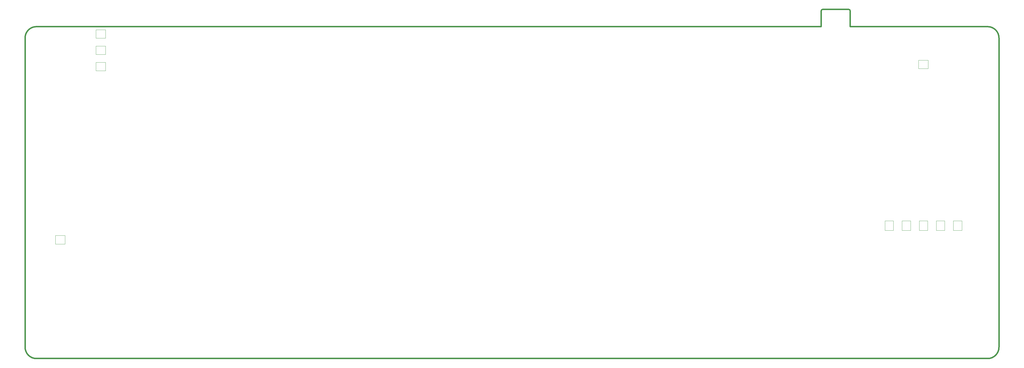
<source format=gbr>
%TF.GenerationSoftware,KiCad,Pcbnew,8.0.1*%
%TF.CreationDate,2025-07-10T21:51:53+09:00*%
%TF.ProjectId,OrionV2V3_rp2040,4f72696f-6e56-4325-9633-5f7270323034,rev?*%
%TF.SameCoordinates,Original*%
%TF.FileFunction,Profile,NP*%
%FSLAX46Y46*%
G04 Gerber Fmt 4.6, Leading zero omitted, Abs format (unit mm)*
G04 Created by KiCad (PCBNEW 8.0.1) date 2025-07-10 21:51:53*
%MOMM*%
%LPD*%
G01*
G04 APERTURE LIST*
%TA.AperFunction,Profile*%
%ADD10C,0.500000*%
%TD*%
%TA.AperFunction,Profile*%
%ADD11C,0.120000*%
%TD*%
G04 APERTURE END LIST*
D10*
X-22700000Y-161249963D02*
G75*
G02*
X-26700000Y-157249950I-95J3999905D01*
G01*
X254456248Y-38437464D02*
X254456248Y-44037463D01*
X264656252Y-38437464D02*
X264656252Y-44037463D01*
X264156251Y-37937463D02*
G75*
G02*
X264656237Y-38437464I49J-499937D01*
G01*
X254456248Y-44037463D02*
X-22699850Y-44037463D01*
X317212500Y-157249964D02*
G75*
G02*
X313212500Y-161250000I-3999900J-136D01*
G01*
X-22700000Y-161249963D02*
X313212500Y-161249963D01*
X313212501Y-44037463D02*
X264656252Y-44037463D01*
X313212501Y-44037463D02*
G75*
G02*
X317212437Y-48037463I-101J-4000037D01*
G01*
X-26700000Y-48020580D02*
G75*
G02*
X-22699850Y-44037463I4000151J-17070D01*
G01*
X254456248Y-38437464D02*
G75*
G02*
X254956249Y-37937448I500052J-36D01*
G01*
X-26700000Y-48020580D02*
X-26700000Y-157249950D01*
X317212500Y-157249964D02*
X317212500Y-48037463D01*
X264156251Y-37937463D02*
X254956249Y-37937463D01*
D11*
%TO.C,ULED27*%
X-15987500Y-117800000D02*
X-15987500Y-120800000D01*
X-15987500Y-120800000D02*
X-12587500Y-120800000D01*
X-12587500Y-117800000D02*
X-15987500Y-117800000D01*
X-12587500Y-120800000D02*
X-12587500Y-117800000D01*
%TO.C,ULED3*%
X289012500Y-112600000D02*
X289012500Y-116000000D01*
X289012500Y-116000000D02*
X292012500Y-116000000D01*
X292012500Y-112600000D02*
X289012500Y-112600000D01*
X292012500Y-116000000D02*
X292012500Y-112600000D01*
%TO.C,ULED22*%
X-1700000Y-56647500D02*
X-1700000Y-59647500D01*
X-1700000Y-59647500D02*
X1700000Y-59647500D01*
X1700000Y-56647500D02*
X-1700000Y-56647500D01*
X1700000Y-59647500D02*
X1700000Y-56647500D01*
%TO.C,ULED2*%
X282962500Y-112605000D02*
X282962500Y-116005000D01*
X282962500Y-116005000D02*
X285962500Y-116005000D01*
X285962500Y-112605000D02*
X282962500Y-112605000D01*
X285962500Y-116005000D02*
X285962500Y-112605000D01*
%TO.C,ULED5*%
X301112500Y-112600000D02*
X301112500Y-116000000D01*
X301112500Y-116000000D02*
X304112500Y-116000000D01*
X304112500Y-112600000D02*
X301112500Y-112600000D01*
X304112500Y-116000000D02*
X304112500Y-112600000D01*
%TO.C,ULED1*%
X276912500Y-112600000D02*
X276912500Y-116000000D01*
X276912500Y-116000000D02*
X279912500Y-116000000D01*
X279912500Y-112600000D02*
X276912500Y-112600000D01*
X279912500Y-116000000D02*
X279912500Y-112600000D01*
%TO.C,ULED4*%
X295062501Y-112600000D02*
X295062501Y-116000000D01*
X295062501Y-116000000D02*
X298062501Y-116000000D01*
X298062501Y-112600000D02*
X295062501Y-112600000D01*
X298062501Y-116000000D02*
X298062501Y-112600000D01*
%TO.C,ULED20*%
X-1700000Y-45127500D02*
X-1700000Y-48127500D01*
X-1700000Y-48127500D02*
X1700000Y-48127500D01*
X1700000Y-45127500D02*
X-1700000Y-45127500D01*
X1700000Y-48127500D02*
X1700000Y-45127500D01*
%TO.C,ULED21*%
X-1700000Y-50887500D02*
X-1700000Y-53887500D01*
X-1700000Y-53887500D02*
X1700000Y-53887500D01*
X1700000Y-50887500D02*
X-1700000Y-50887500D01*
X1700000Y-53887500D02*
X1700000Y-50887500D01*
%TO.C,ULED11*%
X288812500Y-55887500D02*
X288812500Y-58887500D01*
X288812500Y-58887500D02*
X292212500Y-58887500D01*
X292212500Y-55887500D02*
X288812500Y-55887500D01*
X292212500Y-58887500D02*
X292212500Y-55887500D01*
%TD*%
M02*

</source>
